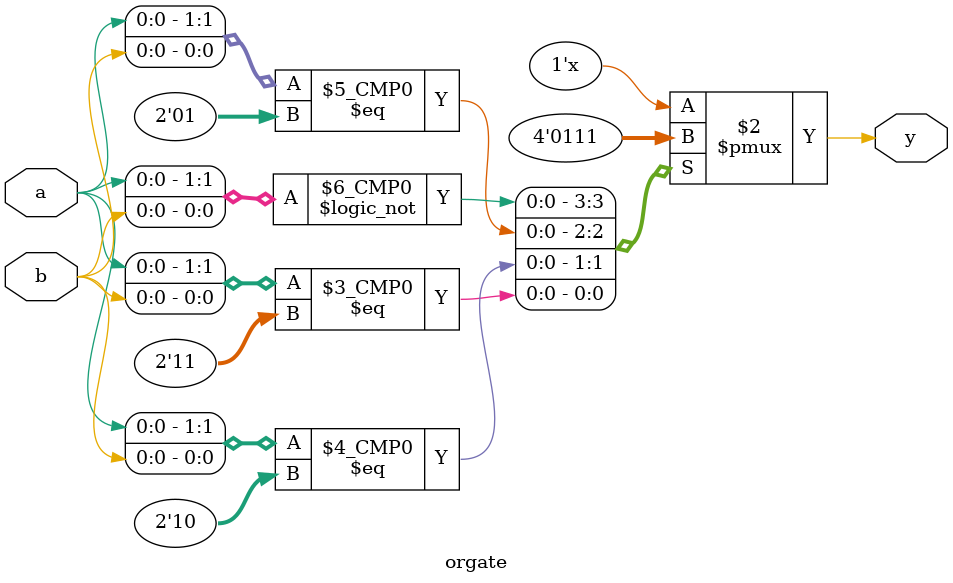
<source format=v>
module orgate(a,b,y);
  
  input a,b;
  output reg y;
  
  always @ (a,b)
    begin
      case({a,b})
        2'b00: y=0;
        2'b01: y=1;
        2'b10: y=1;
        2'b11: y=1;        
      endcase
    end
  
endmodule
</source>
